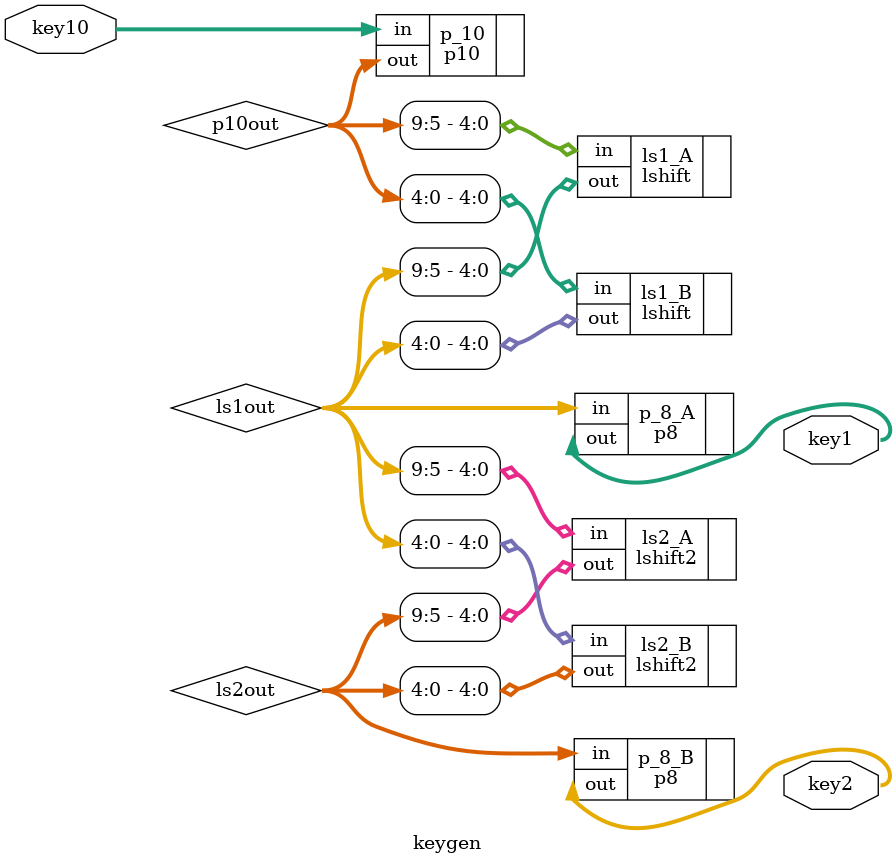
<source format=v>
module keygen(
input wire [9:0]key10,
output wire[7:0] key1,
output wire [7:0] key2
);

//=======================================================
//  REG/WIRE declarations
//=======================================================
wire [9:0] p10out;
wire [9:0] ls1out;
wire [9:0] ls2out;

//=======================================================
//  Structural coding
//=======================================================

//Put 10 digit key into P10
p10 p_10(.in(key10[9:0]), .out(p10out[9:0]) );

//Shift left 1 bit
lshift ls1_A(.in(p10out[9:5]), .out(ls1out[9:5]) );
lshift ls1_B(.in(p10out[4:0]), .out(ls1out[4:0]) );

//Key 1
p8 p_8_A(.in(ls1out[9:0]), .out(key1[7:0]) );


//Shift left 2 bits
lshift2 ls2_A(.in(ls1out[9:5]), .out(ls2out[9:5]) );
lshift2 ls2_B(.in(ls1out[4:0]), .out(ls2out[4:0]) );

//Key 2
p8 p_8_B(.in(ls2out[9:0]), .out(key2[7:0]) );

endmodule
</source>
